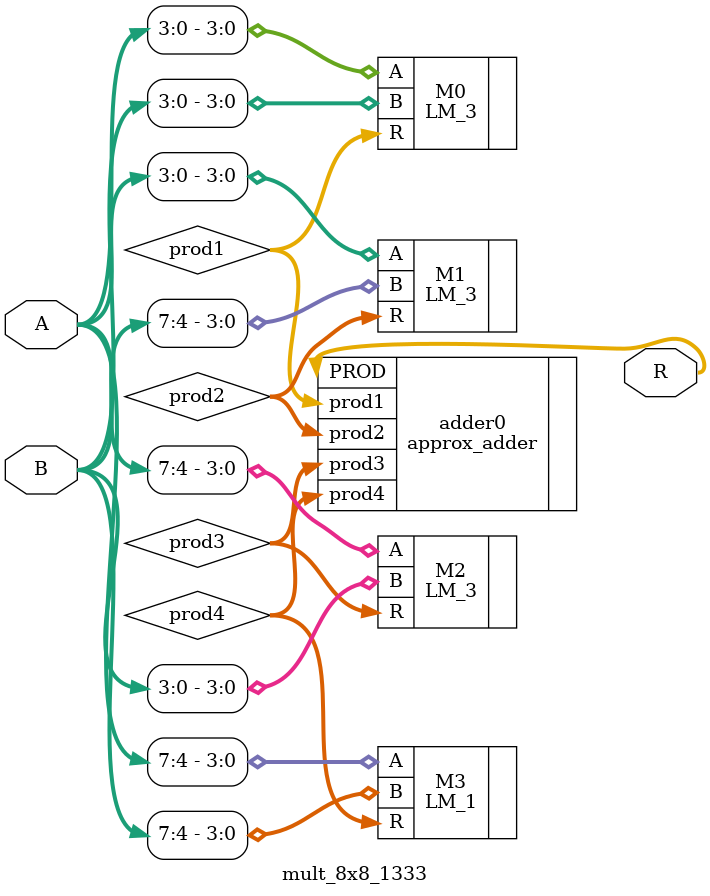
<source format=v>
module mult_8x8_1333(
input [7:0] A,
input [7:0] B,
output [15:0]R
);
wire [7:0]prod1;
wire [7:0]prod2;
wire [7:0]prod3;
wire [7:0]prod4;

LM_3 M0(.A(A[3:0]),.B(B[3:0]),.R(prod1));
LM_3 M1(.A(A[3:0]),.B(B[7:4]),.R(prod2));
LM_3 M2(.A(A[7:4]),.B(B[3:0]),.R(prod3));
LM_1 M3(.A(A[7:4]),.B(B[7:4]),.R(prod4));
approx_adder adder0(.prod1(prod1),.prod2(prod2),.prod3(prod3),.prod4(prod4),.PROD(R));
endmodule

</source>
